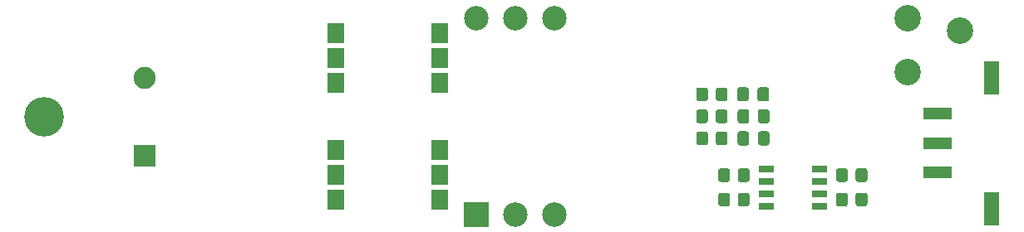
<source format=gbr>
%TF.GenerationSoftware,KiCad,Pcbnew,(5.1.12)-1*%
%TF.CreationDate,2023-03-06T23:23:30+01:00*%
%TF.ProjectId,DualPressure_V2,4475616c-5072-4657-9373-7572655f5632,rev?*%
%TF.SameCoordinates,Original*%
%TF.FileFunction,Soldermask,Bot*%
%TF.FilePolarity,Negative*%
%FSLAX46Y46*%
G04 Gerber Fmt 4.6, Leading zero omitted, Abs format (unit mm)*
G04 Created by KiCad (PCBNEW (5.1.12)-1) date 2023-03-06 23:23:30*
%MOMM*%
%LPD*%
G01*
G04 APERTURE LIST*
%ADD10R,1.750000X2.000000*%
%ADD11R,2.500000X2.500000*%
%ADD12R,1.525000X0.650000*%
%ADD13C,2.704000*%
%ADD14R,2.920000X1.270000*%
%ADD15R,1.650000X3.430000*%
%ADD16C,2.500000*%
%ADD17R,2.250000X2.250000*%
%ADD18C,2.250000*%
%ADD19C,4.050000*%
G04 APERTURE END LIST*
D10*
%TO.C,ABP2D0*%
X198450000Y-78460000D03*
X209050000Y-78460000D03*
X198450000Y-81000000D03*
X209050000Y-81000000D03*
X198450000Y-83540000D03*
X209050000Y-83540000D03*
%TD*%
%TO.C,ABP2D1*%
X209050000Y-95540000D03*
X198450000Y-95540000D03*
X209050000Y-93000000D03*
X198450000Y-93000000D03*
X209050000Y-90460000D03*
X198450000Y-90460000D03*
%TD*%
%TO.C,C3*%
G36*
G01*
X239337500Y-85225000D02*
X239337500Y-84275000D01*
G75*
G02*
X239587500Y-84025000I250000J0D01*
G01*
X240262500Y-84025000D01*
G75*
G02*
X240512500Y-84275000I0J-250000D01*
G01*
X240512500Y-85225000D01*
G75*
G02*
X240262500Y-85475000I-250000J0D01*
G01*
X239587500Y-85475000D01*
G75*
G02*
X239337500Y-85225000I0J250000D01*
G01*
G37*
G36*
G01*
X241412500Y-85225000D02*
X241412500Y-84275000D01*
G75*
G02*
X241662500Y-84025000I250000J0D01*
G01*
X242337500Y-84025000D01*
G75*
G02*
X242587500Y-84275000I0J-250000D01*
G01*
X242587500Y-85225000D01*
G75*
G02*
X242337500Y-85475000I-250000J0D01*
G01*
X241662500Y-85475000D01*
G75*
G02*
X241412500Y-85225000I0J250000D01*
G01*
G37*
%TD*%
%TO.C,C4*%
G36*
G01*
X241450000Y-87475000D02*
X241450000Y-86525000D01*
G75*
G02*
X241700000Y-86275000I250000J0D01*
G01*
X242375000Y-86275000D01*
G75*
G02*
X242625000Y-86525000I0J-250000D01*
G01*
X242625000Y-87475000D01*
G75*
G02*
X242375000Y-87725000I-250000J0D01*
G01*
X241700000Y-87725000D01*
G75*
G02*
X241450000Y-87475000I0J250000D01*
G01*
G37*
G36*
G01*
X239375000Y-87475000D02*
X239375000Y-86525000D01*
G75*
G02*
X239625000Y-86275000I250000J0D01*
G01*
X240300000Y-86275000D01*
G75*
G02*
X240550000Y-86525000I0J-250000D01*
G01*
X240550000Y-87475000D01*
G75*
G02*
X240300000Y-87725000I-250000J0D01*
G01*
X239625000Y-87725000D01*
G75*
G02*
X239375000Y-87475000I0J250000D01*
G01*
G37*
%TD*%
%TO.C,C5*%
G36*
G01*
X239375000Y-89725000D02*
X239375000Y-88775000D01*
G75*
G02*
X239625000Y-88525000I250000J0D01*
G01*
X240300000Y-88525000D01*
G75*
G02*
X240550000Y-88775000I0J-250000D01*
G01*
X240550000Y-89725000D01*
G75*
G02*
X240300000Y-89975000I-250000J0D01*
G01*
X239625000Y-89975000D01*
G75*
G02*
X239375000Y-89725000I0J250000D01*
G01*
G37*
G36*
G01*
X241450000Y-89725000D02*
X241450000Y-88775000D01*
G75*
G02*
X241700000Y-88525000I250000J0D01*
G01*
X242375000Y-88525000D01*
G75*
G02*
X242625000Y-88775000I0J-250000D01*
G01*
X242625000Y-89725000D01*
G75*
G02*
X242375000Y-89975000I-250000J0D01*
G01*
X241700000Y-89975000D01*
G75*
G02*
X241450000Y-89725000I0J250000D01*
G01*
G37*
%TD*%
D11*
%TO.C,GD0*%
X212750000Y-97000000D03*
%TD*%
D12*
%TO.C,IC0*%
X242288000Y-96155000D03*
X242288000Y-94885000D03*
X242288000Y-93615000D03*
X242288000Y-92345000D03*
X247712000Y-92345000D03*
X247712000Y-93615000D03*
X247712000Y-94885000D03*
X247712000Y-96155000D03*
%TD*%
D13*
%TO.C,J0*%
X262000000Y-78250000D03*
X256700000Y-82500000D03*
X256700000Y-77000000D03*
%TD*%
D14*
%TO.C,J2*%
X259770000Y-92750000D03*
X259770000Y-89750000D03*
X259770000Y-86750000D03*
D15*
X265250000Y-96455000D03*
X265250000Y-83045000D03*
%TD*%
D16*
%TO.C,P5*%
X216750000Y-77000000D03*
%TD*%
%TO.C,P33*%
X212750000Y-77000000D03*
%TD*%
%TO.C,PW0*%
X220750000Y-77000000D03*
%TD*%
%TO.C,R0*%
G36*
G01*
X251400000Y-95950001D02*
X251400000Y-95049999D01*
G75*
G02*
X251649999Y-94800000I249999J0D01*
G01*
X252350001Y-94800000D01*
G75*
G02*
X252600000Y-95049999I0J-249999D01*
G01*
X252600000Y-95950001D01*
G75*
G02*
X252350001Y-96200000I-249999J0D01*
G01*
X251649999Y-96200000D01*
G75*
G02*
X251400000Y-95950001I0J249999D01*
G01*
G37*
G36*
G01*
X249400000Y-95950001D02*
X249400000Y-95049999D01*
G75*
G02*
X249649999Y-94800000I249999J0D01*
G01*
X250350001Y-94800000D01*
G75*
G02*
X250600000Y-95049999I0J-249999D01*
G01*
X250600000Y-95950001D01*
G75*
G02*
X250350001Y-96200000I-249999J0D01*
G01*
X249649999Y-96200000D01*
G75*
G02*
X249400000Y-95950001I0J249999D01*
G01*
G37*
%TD*%
%TO.C,R1*%
G36*
G01*
X240600000Y-95049999D02*
X240600000Y-95950001D01*
G75*
G02*
X240350001Y-96200000I-249999J0D01*
G01*
X239649999Y-96200000D01*
G75*
G02*
X239400000Y-95950001I0J249999D01*
G01*
X239400000Y-95049999D01*
G75*
G02*
X239649999Y-94800000I249999J0D01*
G01*
X240350001Y-94800000D01*
G75*
G02*
X240600000Y-95049999I0J-249999D01*
G01*
G37*
G36*
G01*
X238600000Y-95049999D02*
X238600000Y-95950001D01*
G75*
G02*
X238350001Y-96200000I-249999J0D01*
G01*
X237649999Y-96200000D01*
G75*
G02*
X237400000Y-95950001I0J249999D01*
G01*
X237400000Y-95049999D01*
G75*
G02*
X237649999Y-94800000I249999J0D01*
G01*
X238350001Y-94800000D01*
G75*
G02*
X238600000Y-95049999I0J-249999D01*
G01*
G37*
%TD*%
%TO.C,R2*%
G36*
G01*
X238600000Y-92549999D02*
X238600000Y-93450001D01*
G75*
G02*
X238350001Y-93700000I-249999J0D01*
G01*
X237649999Y-93700000D01*
G75*
G02*
X237400000Y-93450001I0J249999D01*
G01*
X237400000Y-92549999D01*
G75*
G02*
X237649999Y-92300000I249999J0D01*
G01*
X238350001Y-92300000D01*
G75*
G02*
X238600000Y-92549999I0J-249999D01*
G01*
G37*
G36*
G01*
X240600000Y-92549999D02*
X240600000Y-93450001D01*
G75*
G02*
X240350001Y-93700000I-249999J0D01*
G01*
X239649999Y-93700000D01*
G75*
G02*
X239400000Y-93450001I0J249999D01*
G01*
X239400000Y-92549999D01*
G75*
G02*
X239649999Y-92300000I249999J0D01*
G01*
X240350001Y-92300000D01*
G75*
G02*
X240600000Y-92549999I0J-249999D01*
G01*
G37*
%TD*%
%TO.C,R3*%
G36*
G01*
X238350000Y-84299999D02*
X238350000Y-85200001D01*
G75*
G02*
X238100001Y-85450000I-249999J0D01*
G01*
X237399999Y-85450000D01*
G75*
G02*
X237150000Y-85200001I0J249999D01*
G01*
X237150000Y-84299999D01*
G75*
G02*
X237399999Y-84050000I249999J0D01*
G01*
X238100001Y-84050000D01*
G75*
G02*
X238350000Y-84299999I0J-249999D01*
G01*
G37*
G36*
G01*
X236350000Y-84299999D02*
X236350000Y-85200001D01*
G75*
G02*
X236100001Y-85450000I-249999J0D01*
G01*
X235399999Y-85450000D01*
G75*
G02*
X235150000Y-85200001I0J249999D01*
G01*
X235150000Y-84299999D01*
G75*
G02*
X235399999Y-84050000I249999J0D01*
G01*
X236100001Y-84050000D01*
G75*
G02*
X236350000Y-84299999I0J-249999D01*
G01*
G37*
%TD*%
%TO.C,R4*%
G36*
G01*
X235150000Y-87450001D02*
X235150000Y-86549999D01*
G75*
G02*
X235399999Y-86300000I249999J0D01*
G01*
X236100001Y-86300000D01*
G75*
G02*
X236350000Y-86549999I0J-249999D01*
G01*
X236350000Y-87450001D01*
G75*
G02*
X236100001Y-87700000I-249999J0D01*
G01*
X235399999Y-87700000D01*
G75*
G02*
X235150000Y-87450001I0J249999D01*
G01*
G37*
G36*
G01*
X237150000Y-87450001D02*
X237150000Y-86549999D01*
G75*
G02*
X237399999Y-86300000I249999J0D01*
G01*
X238100001Y-86300000D01*
G75*
G02*
X238350000Y-86549999I0J-249999D01*
G01*
X238350000Y-87450001D01*
G75*
G02*
X238100001Y-87700000I-249999J0D01*
G01*
X237399999Y-87700000D01*
G75*
G02*
X237150000Y-87450001I0J249999D01*
G01*
G37*
%TD*%
%TO.C,R5*%
G36*
G01*
X237150000Y-89700001D02*
X237150000Y-88799999D01*
G75*
G02*
X237399999Y-88550000I249999J0D01*
G01*
X238100001Y-88550000D01*
G75*
G02*
X238350000Y-88799999I0J-249999D01*
G01*
X238350000Y-89700001D01*
G75*
G02*
X238100001Y-89950000I-249999J0D01*
G01*
X237399999Y-89950000D01*
G75*
G02*
X237150000Y-89700001I0J249999D01*
G01*
G37*
G36*
G01*
X235150000Y-89700001D02*
X235150000Y-88799999D01*
G75*
G02*
X235399999Y-88550000I249999J0D01*
G01*
X236100001Y-88550000D01*
G75*
G02*
X236350000Y-88799999I0J-249999D01*
G01*
X236350000Y-89700001D01*
G75*
G02*
X236100001Y-89950000I-249999J0D01*
G01*
X235399999Y-89950000D01*
G75*
G02*
X235150000Y-89700001I0J249999D01*
G01*
G37*
%TD*%
%TO.C,R10*%
G36*
G01*
X249400000Y-93450001D02*
X249400000Y-92549999D01*
G75*
G02*
X249649999Y-92300000I249999J0D01*
G01*
X250350001Y-92300000D01*
G75*
G02*
X250600000Y-92549999I0J-249999D01*
G01*
X250600000Y-93450001D01*
G75*
G02*
X250350001Y-93700000I-249999J0D01*
G01*
X249649999Y-93700000D01*
G75*
G02*
X249400000Y-93450001I0J249999D01*
G01*
G37*
G36*
G01*
X251400000Y-93450001D02*
X251400000Y-92549999D01*
G75*
G02*
X251649999Y-92300000I249999J0D01*
G01*
X252350001Y-92300000D01*
G75*
G02*
X252600000Y-92549999I0J-249999D01*
G01*
X252600000Y-93450001D01*
G75*
G02*
X252350001Y-93700000I-249999J0D01*
G01*
X251649999Y-93700000D01*
G75*
G02*
X251400000Y-93450001I0J249999D01*
G01*
G37*
%TD*%
%TO.C,RX0*%
X216750000Y-97000000D03*
%TD*%
%TO.C,TX0*%
X220750000Y-97000000D03*
%TD*%
D17*
%TO.C,U0*%
X179000000Y-91000000D03*
D18*
X179000000Y-83100000D03*
D19*
X168750000Y-87050000D03*
%TD*%
M02*

</source>
